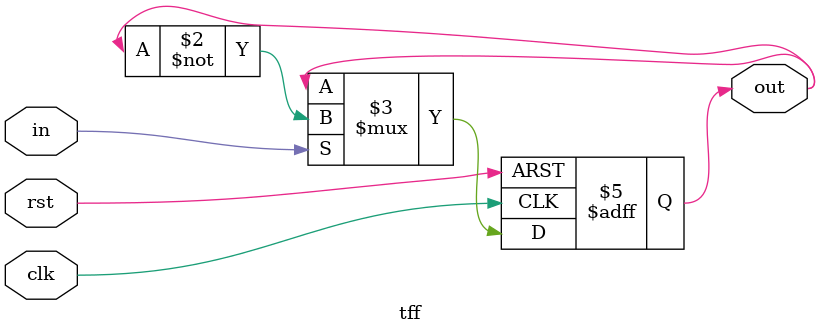
<source format=v>
`timescale 1ns / 1ps
module tff (
    input in,      // T input
    input rst,     // Asynchronous reset
    input clk,     // Clock
    output reg out // Output
);

always @(posedge clk or posedge rst) begin
    if (rst)
        out <= 0;  // Asynchronous reset
    else if (in)
        out <= ~out; // Toggle output on T = 1
    // Else retain the current state
end

endmodule
</source>
